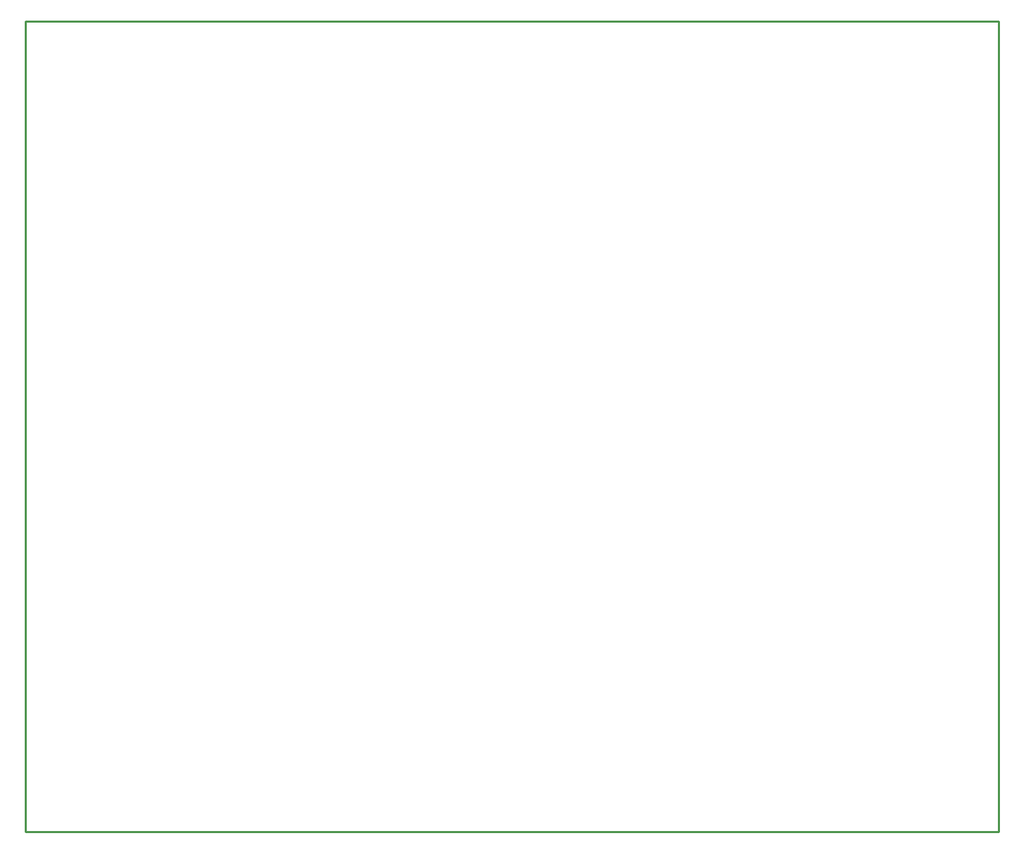
<source format=gko>
G04 Layer: BoardOutline*
G04 EasyEDA v6.4.25, 2021-12-30T01:40:23+01:00*
G04 349a449686454aac8e9d9284578b31c7,bb3cfcbffc6840158e79d7648404357e,10*
G04 Gerber Generator version 0.2*
G04 Scale: 100 percent, Rotated: No, Reflected: No *
G04 Dimensions in millimeters *
G04 leading zeros omitted , absolute positions ,4 integer and 5 decimal *
%FSLAX45Y45*%
%MOMM*%

%ADD10C,0.2540*%
D10*
X0Y10000000D02*
G01*
X11999998Y10000000D01*
X11999998Y0D01*
X0Y0D01*
X0Y10000000D01*

%LPD*%
M02*

</source>
